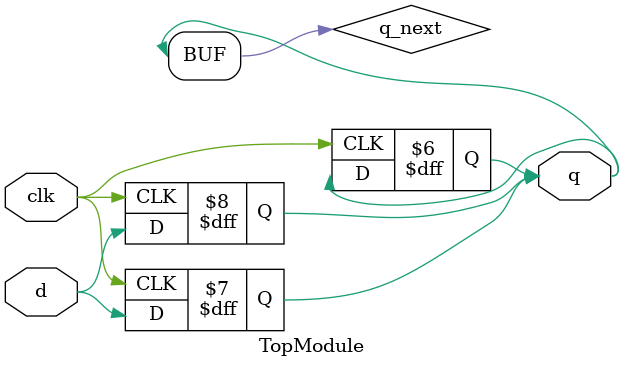
<source format=sv>
module TopModule (
    input logic clk,
    input logic d,
    output logic q
);

    logic q_next;

    always @(*) begin
        q_next = q; // Default to hold current state
    end

    always @(posedge clk) begin
        q_next = d; // Capture d on rising edge
    end

    always @(negedge clk) begin
        q_next = d; // Capture d on falling edge
    end

    always @(posedge clk) begin
        q <= q_next; // Update output q
    end

    initial begin
        q = 1'b0; // Initialize q to 0
    end

endmodule
</source>
